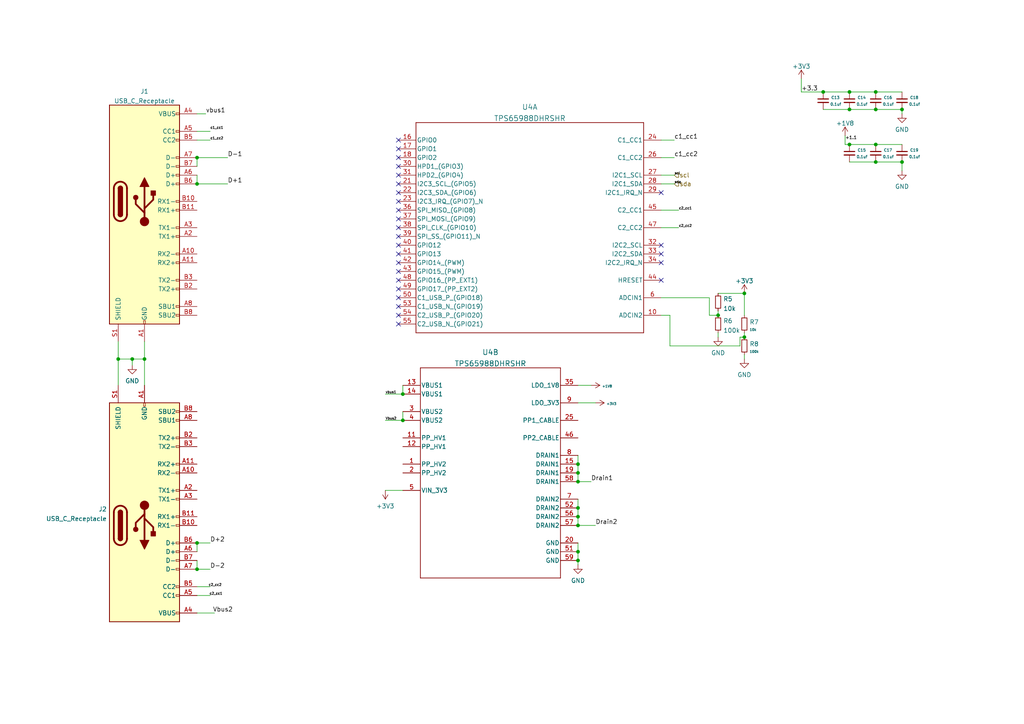
<source format=kicad_sch>
(kicad_sch (version 20231120) (generator "eeschema") (generator_version "8.0")
  (paper "A4")
  (lib_symbols
    (symbol "2024-04-28_21-41-18:TPS65988DHRSHR" (pin_names (offset 0.254))
      (property "Reference" "U" (at 0 2.54 0))
      (property "Value" "TPS65988DHRSHR" (at 0 0 0))
      (symbol "TPS65988DHRSHR_1_1"
        (polyline (pts (xy -33.02 -30.48) (xy 33.02 -30.48)) (stroke (width 0.2032)))
        (polyline (pts (xy -33.02 30.48) (xy -33.02 -30.48)) (stroke (width 0.2032)))
        (polyline (pts (xy 33.02 -30.48) (xy 33.02 30.48)) (stroke (width 0.2032)))
        (polyline (pts (xy 33.02 30.48) (xy -33.02 30.48)) (stroke (width 0.2032)))
        (pin input line (at 38.1 -25.4 180) (length 5.08) (name "ADCIN2") (number "10"))
        (pin bidirectional line (at -38.1 25.4 0) (length 5.08) (name "GPIO0") (number "16"))
        (pin bidirectional line (at -38.1 22.86 0) (length 5.08) (name "GPIO1") (number "17"))
        (pin bidirectional line (at -38.1 20.32 0) (length 5.08) (name "GPIO2") (number "18"))
        (pin bidirectional line (at -38.1 12.7 0) (length 5.08) (name "I2C3_SCL_(GPIO5)") (number "21"))
        (pin bidirectional line (at -38.1 10.16 0) (length 5.08) (name "I2C3_SDA_(GPIO6)") (number "22"))
        (pin bidirectional line (at -38.1 7.62 0) (length 5.08) (name "I2C3_IRQ_(GPIO7)_N") (number "23"))
        (pin bidirectional line (at 38.1 25.4 180) (length 5.08) (name "C1_CC1") (number "24"))
        (pin bidirectional line (at 38.1 20.32 180) (length 5.08) (name "C1_CC2") (number "26"))
        (pin bidirectional line (at 38.1 15.24 180) (length 5.08) (name "I2C1_SCL") (number "27"))
        (pin bidirectional line (at 38.1 12.7 180) (length 5.08) (name "I2C1_SDA") (number "28"))
        (pin tri_state line (at 38.1 10.16 180) (length 5.08) (name "I2C1_IRQ_N") (number "29"))
        (pin bidirectional line (at -38.1 17.78 0) (length 5.08) (name "HPD1_(GPIO3)") (number "30"))
        (pin bidirectional line (at -38.1 15.24 0) (length 5.08) (name "HPD2_(GPIO4)") (number "31"))
        (pin bidirectional line (at 38.1 -5.08 180) (length 5.08) (name "I2C2_SCL") (number "32"))
        (pin bidirectional line (at 38.1 -7.62 180) (length 5.08) (name "I2C2_SDA") (number "33"))
        (pin tri_state line (at 38.1 -10.16 180) (length 5.08) (name "I2C2_IRQ_N") (number "34"))
        (pin bidirectional line (at -38.1 5.08 0) (length 5.08) (name "SPI_MISO_(GPIO8)") (number "36"))
        (pin bidirectional line (at -38.1 2.54 0) (length 5.08) (name "SPI_MOSI_(GPIO9)") (number "37"))
        (pin bidirectional line (at -38.1 0 0) (length 5.08) (name "SPI_CLK_(GPIO10)") (number "38"))
        (pin bidirectional line (at -38.1 -2.54 0) (length 5.08) (name "SPI_SS_(GPIO11)_N") (number "39"))
        (pin bidirectional line (at -38.1 -5.08 0) (length 5.08) (name "GPIO12") (number "40"))
        (pin bidirectional line (at -38.1 -7.62 0) (length 5.08) (name "GPIO13") (number "41"))
        (pin bidirectional line (at -38.1 -10.16 0) (length 5.08) (name "GPIO14_(PWM)") (number "42"))
        (pin bidirectional line (at -38.1 -12.7 0) (length 5.08) (name "GPIO15_(PWM)") (number "43"))
        (pin input line (at 38.1 -15.24 180) (length 5.08) (name "HRESET") (number "44"))
        (pin bidirectional line (at 38.1 5.08 180) (length 5.08) (name "C2_CC1") (number "45"))
        (pin bidirectional line (at 38.1 0 180) (length 5.08) (name "C2_CC2") (number "47"))
        (pin bidirectional line (at -38.1 -15.24 0) (length 5.08) (name "GPIO16_(PP_EXT1)") (number "48"))
        (pin bidirectional line (at -38.1 -17.78 0) (length 5.08) (name "GPIO17_(PP_EXT2)") (number "49"))
        (pin bidirectional line (at -38.1 -20.32 0) (length 5.08) (name "C1_USB_P_(GPIO18)") (number "50"))
        (pin bidirectional line (at -38.1 -22.86 0) (length 5.08) (name "C1_USB_N_(GPIO19)") (number "53"))
        (pin bidirectional line (at -38.1 -25.4 0) (length 5.08) (name "C2_USB_P_(GPIO20)") (number "54"))
        (pin bidirectional line (at -38.1 -27.94 0) (length 5.08) (name "C2_USB_N_(GPIO21)") (number "55"))
        (pin input line (at 38.1 -20.32 180) (length 5.08) (name "ADCIN1") (number "6"))
      )
      (symbol "TPS65988DHRSHR_2_1"
        (polyline (pts (xy -20.32 -30.48) (xy 20.32 -30.48)) (stroke (width 0.2032)))
        (polyline (pts (xy -20.32 30.48) (xy -20.32 -30.48)) (stroke (width 0.2032)))
        (polyline (pts (xy 20.32 -30.48) (xy 20.32 30.48)) (stroke (width 0.2032)))
        (polyline (pts (xy 20.32 30.48) (xy -20.32 30.48)) (stroke (width 0.2032)))
        (pin power_in line (at -25.4 2.54 0) (length 5.08) (name "PP_HV2") (number "1"))
        (pin power_in line (at -25.4 10.16 0) (length 5.08) (name "PP_HV1") (number "11"))
        (pin power_in line (at -25.4 7.62 0) (length 5.08) (name "PP_HV1") (number "12"))
        (pin power_in line (at -25.4 25.4 0) (length 5.08) (name "VBUS1") (number "13"))
        (pin power_in line (at -25.4 22.86 0) (length 5.08) (name "VBUS1") (number "14"))
        (pin power_in line (at 25.4 2.54 180) (length 5.08) (name "DRAIN1") (number "15"))
        (pin power_in line (at 25.4 0 180) (length 5.08) (name "DRAIN1") (number "19"))
        (pin power_in line (at -25.4 0 0) (length 5.08) (name "PP_HV2") (number "2"))
        (pin power_in line (at 25.4 -20.32 180) (length 5.08) (name "GND") (number "20"))
        (pin power_in line (at 25.4 15.24 180) (length 5.08) (name "PP1_CABLE") (number "25"))
        (pin power_in line (at -25.4 17.78 0) (length 5.08) (name "VBUS2") (number "3"))
        (pin power_in line (at 25.4 25.4 180) (length 5.08) (name "LDO_1V8") (number "35"))
        (pin power_in line (at -25.4 15.24 0) (length 5.08) (name "VBUS2") (number "4"))
        (pin power_in line (at 25.4 10.16 180) (length 5.08) (name "PP2_CABLE") (number "46"))
        (pin power_in line (at -25.4 -5.08 0) (length 5.08) (name "VIN_3V3") (number "5"))
        (pin power_in line (at 25.4 -22.86 180) (length 5.08) (name "GND") (number "51"))
        (pin power_in line (at 25.4 -10.16 180) (length 5.08) (name "DRAIN2") (number "52"))
        (pin power_in line (at 25.4 -12.7 180) (length 5.08) (name "DRAIN2") (number "56"))
        (pin power_in line (at 25.4 -15.24 180) (length 5.08) (name "DRAIN2") (number "57"))
        (pin power_in line (at 25.4 -2.54 180) (length 5.08) (name "DRAIN1") (number "58"))
        (pin power_in line (at 25.4 -25.4 180) (length 5.08) (name "GND") (number "59"))
        (pin power_in line (at 25.4 -7.62 180) (length 5.08) (name "DRAIN2") (number "7"))
        (pin power_in line (at 25.4 5.08 180) (length 5.08) (name "DRAIN1") (number "8"))
        (pin power_in line (at 25.4 20.32 180) (length 5.08) (name "LDO_3V3") (number "9"))
      )
    )
    (symbol "Connector:USB_C_Receptacle" (pin_names (offset 1.016))
      (property "Reference" "J" (at -10.16 29.21 0))
      (property "Value" "USB_C_Receptacle" (at 10.16 29.21 0))
      (symbol "USB_C_Receptacle_0_0"
        (rectangle (start -0.254 -35.56) (end 0.254 -34.544))
        (rectangle (start 10.16 -32.766) (end 9.144 -33.274))
        (rectangle (start 10.16 -30.226) (end 9.144 -30.734))
        (rectangle (start 10.16 -25.146) (end 9.144 -25.654))
        (rectangle (start 10.16 -22.606) (end 9.144 -23.114))
        (rectangle (start 10.16 -17.526) (end 9.144 -18.034))
        (rectangle (start 10.16 -14.986) (end 9.144 -15.494))
        (rectangle (start 10.16 -9.906) (end 9.144 -10.414))
        (rectangle (start 10.16 -7.366) (end 9.144 -7.874))
        (rectangle (start 10.16 -2.286) (end 9.144 -2.794))
        (rectangle (start 10.16 0.254) (end 9.144 -0.254))
        (rectangle (start 10.16 5.334) (end 9.144 4.826))
        (rectangle (start 10.16 7.874) (end 9.144 7.366))
        (rectangle (start 10.16 10.414) (end 9.144 9.906))
        (rectangle (start 10.16 12.954) (end 9.144 12.446))
        (rectangle (start 10.16 18.034) (end 9.144 17.526))
        (rectangle (start 10.16 20.574) (end 9.144 20.066))
        (rectangle (start 10.16 25.654) (end 9.144 25.146))
      )
      (symbol "USB_C_Receptacle_0_1"
        (rectangle (start -10.16 27.94) (end 10.16 -35.56) (stroke (width 0.254)) (fill (type background)))
        (arc (start -8.89 -3.81) (mid -6.985 -5.7066) (end -5.08 -3.81) (stroke (width 0.508)))
        (arc (start -7.62 -3.81) (mid -6.985 -4.4422) (end -6.35 -3.81) (stroke (width 0.254)))
        (arc (start -7.62 -3.81) (mid -6.985 -4.4422) (end -6.35 -3.81) (stroke (width 0.254)) (fill (type outline)))
        (rectangle (start -7.62 -3.81) (end -6.35 3.81) (stroke (width 0.254)) (fill (type outline)))
        (arc (start -6.35 3.81) (mid -6.985 4.4422) (end -7.62 3.81) (stroke (width 0.254)))
        (arc (start -6.35 3.81) (mid -6.985 4.4422) (end -7.62 3.81) (stroke (width 0.254)) (fill (type outline)))
        (arc (start -5.08 3.81) (mid -6.985 5.7066) (end -8.89 3.81) (stroke (width 0.508)))
        (polyline (pts (xy -8.89 -3.81) (xy -8.89 3.81)) (stroke (width 0.508)))
        (polyline (pts (xy -5.08 3.81) (xy -5.08 -3.81)) (stroke (width 0.508)))
      )
      (symbol "USB_C_Receptacle_1_1"
        (circle (center -2.54 1.143) (radius 0.635) (stroke (width 0.254)) (fill (type outline)))
        (circle (center 0 -5.842) (radius 1.27) (fill (type outline)))
        (polyline (pts (xy 0 -5.842) (xy 0 4.318)) (stroke (width 0.508)))
        (polyline (pts (xy 0 -3.302) (xy -2.54 -0.762) (xy -2.54 0.508)) (stroke (width 0.508)))
        (polyline (pts (xy 0 -2.032) (xy 2.54 0.508) (xy 2.54 1.778)) (stroke (width 0.508)))
        (polyline (pts (xy -1.27 4.318) (xy 0 6.858) (xy 1.27 4.318) (xy -1.27 4.318)) (stroke (width 0.254)) (fill (type outline)))
        (rectangle (start 1.905 1.778) (end 3.175 3.048) (stroke (width 0.254)) (fill (type outline)))
        (pin passive line (at 0 -40.64 90) (length 5.08) (name "GND") (number "A1"))
        (pin bidirectional line (at 15.24 -15.24 180) (length 5.08) (name "RX2-") (number "A10"))
        (pin bidirectional line (at 15.24 -17.78 180) (length 5.08) (name "RX2+") (number "A11"))
        (pin passive line (at 0 -40.64 90) (length 5.08) hide (name "GND") (number "A12"))
        (pin bidirectional line (at 15.24 -10.16 180) (length 5.08) (name "TX1+") (number "A2"))
        (pin bidirectional line (at 15.24 -7.62 180) (length 5.08) (name "TX1-") (number "A3"))
        (pin passive line (at 15.24 25.4 180) (length 5.08) (name "VBUS") (number "A4"))
        (pin bidirectional line (at 15.24 20.32 180) (length 5.08) (name "CC1") (number "A5"))
        (pin bidirectional line (at 15.24 7.62 180) (length 5.08) (name "D+") (number "A6"))
        (pin bidirectional line (at 15.24 12.7 180) (length 5.08) (name "D-") (number "A7"))
        (pin bidirectional line (at 15.24 -30.48 180) (length 5.08) (name "SBU1") (number "A8"))
        (pin passive line (at 15.24 25.4 180) (length 5.08) hide (name "VBUS") (number "A9"))
        (pin passive line (at 0 -40.64 90) (length 5.08) hide (name "GND") (number "B1"))
        (pin bidirectional line (at 15.24 0 180) (length 5.08) (name "RX1-") (number "B10"))
        (pin bidirectional line (at 15.24 -2.54 180) (length 5.08) (name "RX1+") (number "B11"))
        (pin passive line (at 0 -40.64 90) (length 5.08) hide (name "GND") (number "B12"))
        (pin bidirectional line (at 15.24 -25.4 180) (length 5.08) (name "TX2+") (number "B2"))
        (pin bidirectional line (at 15.24 -22.86 180) (length 5.08) (name "TX2-") (number "B3"))
        (pin passive line (at 15.24 25.4 180) (length 5.08) hide (name "VBUS") (number "B4"))
        (pin bidirectional line (at 15.24 17.78 180) (length 5.08) (name "CC2") (number "B5"))
        (pin bidirectional line (at 15.24 5.08 180) (length 5.08) (name "D+") (number "B6"))
        (pin bidirectional line (at 15.24 10.16 180) (length 5.08) (name "D-") (number "B7"))
        (pin bidirectional line (at 15.24 -33.02 180) (length 5.08) (name "SBU2") (number "B8"))
        (pin passive line (at 15.24 25.4 180) (length 5.08) hide (name "VBUS") (number "B9"))
        (pin passive line (at -7.62 -40.64 90) (length 5.08) (name "SHIELD") (number "S1"))
      )
    )
    (symbol "Device:C_Small" (pin_numbers hide) (pin_names (offset 0.254) hide)
      (property "Reference" "C" (at 0.254 1.778 0))
      (property "Value" "C_Small" (at 0.254 -2.032 0))
      (symbol "C_Small_0_1"
        (polyline (pts (xy -1.524 -0.508) (xy 1.524 -0.508)) (stroke (width 0.3302)))
        (polyline (pts (xy -1.524 0.508) (xy 1.524 0.508)) (stroke (width 0.3048)))
      )
      (symbol "C_Small_1_1"
        (pin passive line (at 0 2.54 270) (length 2.032) (name "~") (number "1"))
        (pin passive line (at 0 -2.54 90) (length 2.032) (name "~") (number "2"))
      )
    )
    (symbol "Device:R_Small" (pin_numbers hide) (pin_names (offset 0.254) hide)
      (property "Reference" "R" (at 0.762 0.508 0))
      (property "Value" "R_Small" (at 0.762 -1.016 0))
      (symbol "R_Small_0_1"
        (rectangle (start -0.762 1.778) (end 0.762 -1.778) (stroke (width 0.2032)))
      )
      (symbol "R_Small_1_1"
        (pin passive line (at 0 2.54 270) (length 0.762) (name "~") (number "1"))
        (pin passive line (at 0 -2.54 90) (length 0.762) (name "~") (number "2"))
      )
    )
    (symbol "power:+1V8" (power) (pin_names (offset 0))
      (property "Value" "+1V8" (at 0 3.556 0))
      (symbol "+1V8_0_1"
        (polyline (pts (xy -0.762 1.27) (xy 0 2.54)))
        (polyline (pts (xy 0 0) (xy 0 2.54)))
        (polyline (pts (xy 0 2.54) (xy 0.762 1.27)))
      )
      (symbol "+1V8_1_1"
        (pin power_in line (at 0 0 90) (length 0) hide (name "+1V8") (number "1"))
      )
    )
    (symbol "power:+3.3V" (power) (pin_names (offset 0))
      (property "Value" "+3.3V" (at 0 3.556 0))
      (symbol "+3.3V_0_1"
        (polyline (pts (xy -0.762 1.27) (xy 0 2.54)))
        (polyline (pts (xy 0 0) (xy 0 2.54)))
        (polyline (pts (xy 0 2.54) (xy 0.762 1.27)))
      )
      (symbol "+3.3V_1_1"
        (pin power_in line (at 0 0 90) (length 0) hide (name "+3V3") (number "1"))
      )
    )
    (symbol "power:GND" (power) (pin_names (offset 0))
      (property "Value" "GND" (at 0 -3.81 0))
      (symbol "GND_0_1"
        (polyline (pts (xy 0 0) (xy 0 -1.27) (xy 1.27 -1.27) (xy 0 -2.54) (xy -1.27 -1.27) (xy 0 -1.27)))
      )
      (symbol "GND_1_1"
        (pin power_in line (at 0 0 270) (length 0) hide (name "GND") (number "1"))
      )
    )
  )
  (junction (at 167.64 134.62))
  (junction (at 261.62 31.75))
  (junction (at 167.64 137.16))
  (junction (at 208.28 91.44))
  (junction (at 167.64 152.4))
  (junction (at 246.38 41.91))
  (junction (at 215.9 97.79))
  (junction (at 167.64 160.02))
  (junction (at 34.29 104.14))
  (junction (at 57.15 165.1))
  (junction (at 167.64 149.86))
  (junction (at 57.15 45.72))
  (junction (at 116.84 121.92))
  (junction (at 254 41.91))
  (junction (at 254 46.99))
  (junction (at 246.38 26.67))
  (junction (at 41.91 104.14))
  (junction (at 254 31.75))
  (junction (at 116.84 114.3))
  (junction (at 167.64 162.56))
  (junction (at 38.354 104.14))
  (junction (at 215.9 85.09))
  (junction (at 254 26.67))
  (junction (at 238.76 26.67))
  (junction (at 57.15 157.48))
  (junction (at 57.15 53.34))
  (junction (at 167.64 139.7))
  (junction (at 246.38 31.75))
  (junction (at 167.64 147.32))
  (junction (at 261.62 46.99))
  (no_connect (at 115.57 73.66))
  (no_connect (at 115.57 60.96))
  (no_connect (at 115.57 81.28))
  (no_connect (at 115.57 86.36))
  (no_connect (at 115.57 78.74))
  (no_connect (at 115.57 55.88))
  (no_connect (at 115.57 53.34))
  (no_connect (at 115.57 71.12))
  (no_connect (at 191.77 76.2))
  (no_connect (at 115.57 93.98))
  (no_connect (at 115.57 76.2))
  (no_connect (at 115.57 43.18))
  (no_connect (at 191.77 55.88))
  (no_connect (at 191.77 81.28))
  (no_connect (at 115.57 58.42))
  (no_connect (at 191.77 73.66))
  (no_connect (at 115.57 63.5))
  (no_connect (at 115.57 48.26))
  (no_connect (at 191.77 71.12))
  (no_connect (at 115.57 88.9))
  (no_connect (at 115.57 66.04))
  (no_connect (at 115.57 91.44))
  (no_connect (at 115.57 50.8))
  (no_connect (at 115.57 45.72))
  (no_connect (at 115.57 40.64))
  (no_connect (at 115.57 83.82))
  (no_connect (at 115.57 68.58))
  (wire (pts (xy 232.41 26.67) (xy 238.76 26.67)))
  (wire (pts (xy 208.28 91.44) (xy 205.74 91.44)))
  (wire (pts (xy 57.15 50.8) (xy 57.15 53.34)))
  (wire (pts (xy 57.15 157.48) (xy 57.15 160.02)))
  (wire (pts (xy 215.9 85.09) (xy 215.9 91.44)))
  (wire (pts (xy 57.15 45.72) (xy 66.04 45.72)))
  (wire (pts (xy 215.9 97.79) (xy 214.63 97.79)))
  (wire (pts (xy 232.41 22.86) (xy 232.41 26.67)))
  (wire (pts (xy 246.38 46.99) (xy 254 46.99)))
  (wire (pts (xy 167.64 116.84) (xy 172.72 116.84)))
  (wire (pts (xy 34.29 99.06) (xy 34.29 104.14)))
  (wire (pts (xy 215.9 102.87) (xy 215.9 104.14)))
  (wire (pts (xy 57.15 45.72) (xy 57.15 48.26)))
  (wire (pts (xy 191.77 50.8) (xy 195.58 50.8)))
  (wire (pts (xy 57.15 165.1) (xy 60.96 165.1)))
  (wire (pts (xy 41.91 104.14) (xy 41.91 111.76)))
  (wire (pts (xy 57.15 162.56) (xy 57.15 165.1)))
  (wire (pts (xy 246.38 41.91) (xy 254 41.91)))
  (wire (pts (xy 208.28 96.52) (xy 208.28 97.79)))
  (wire (pts (xy 57.15 38.1) (xy 60.96 38.1)))
  (wire (pts (xy 167.64 162.56) (xy 167.64 163.83)))
  (wire (pts (xy 214.63 100.33) (xy 194.31 100.33)))
  (wire (pts (xy 246.38 31.75) (xy 254 31.75)))
  (wire (pts (xy 194.31 100.33) (xy 194.31 91.44)))
  (wire (pts (xy 167.64 111.76) (xy 171.45 111.76)))
  (wire (pts (xy 57.15 177.8) (xy 62.23 177.8)))
  (wire (pts (xy 194.31 91.44) (xy 191.77 91.44)))
  (wire (pts (xy 238.76 31.75) (xy 246.38 31.75)))
  (wire (pts (xy 57.15 172.72) (xy 60.96 172.72)))
  (wire (pts (xy 191.77 45.72) (xy 195.58 45.72)))
  (wire (pts (xy 111.76 114.3) (xy 116.84 114.3)))
  (wire (pts (xy 238.76 26.67) (xy 246.38 26.67)))
  (wire (pts (xy 167.64 139.7) (xy 171.45 139.7)))
  (wire (pts (xy 38.354 104.14) (xy 38.354 105.918)))
  (wire (pts (xy 214.63 97.79) (xy 214.63 100.33)))
  (wire (pts (xy 167.64 147.32) (xy 167.64 149.86)))
  (wire (pts (xy 245.11 39.37) (xy 245.11 41.91)))
  (wire (pts (xy 41.91 99.06) (xy 41.91 104.14)))
  (wire (pts (xy 246.38 26.67) (xy 254 26.67)))
  (wire (pts (xy 205.74 86.36) (xy 191.77 86.36)))
  (wire (pts (xy 167.64 157.48) (xy 167.64 160.02)))
  (wire (pts (xy 208.28 85.09) (xy 215.9 85.09)))
  (wire (pts (xy 191.77 60.96) (xy 196.85 60.96)))
  (wire (pts (xy 57.15 53.34) (xy 66.04 53.34)))
  (wire (pts (xy 116.84 119.38) (xy 116.84 121.92)))
  (wire (pts (xy 116.84 111.76) (xy 116.84 114.3)))
  (wire (pts (xy 57.15 40.64) (xy 60.96 40.64)))
  (wire (pts (xy 254 26.67) (xy 261.62 26.67)))
  (wire (pts (xy 261.62 46.99) (xy 261.62 49.53)))
  (wire (pts (xy 34.29 104.14) (xy 38.354 104.14)))
  (wire (pts (xy 167.64 149.86) (xy 167.64 152.4)))
  (wire (pts (xy 254 31.75) (xy 261.62 31.75)))
  (wire (pts (xy 111.76 142.24) (xy 116.84 142.24)))
  (wire (pts (xy 167.64 160.02) (xy 167.64 162.56)))
  (wire (pts (xy 38.354 104.14) (xy 41.91 104.14)))
  (wire (pts (xy 191.77 66.04) (xy 196.85 66.04)))
  (wire (pts (xy 254 46.99) (xy 261.62 46.99)))
  (wire (pts (xy 191.77 40.64) (xy 195.58 40.64)))
  (wire (pts (xy 245.11 41.91) (xy 246.38 41.91)))
  (wire (pts (xy 111.76 121.92) (xy 116.84 121.92)))
  (wire (pts (xy 191.77 53.34) (xy 195.58 53.34)))
  (wire (pts (xy 167.64 132.08) (xy 167.64 134.62)))
  (wire (pts (xy 208.28 90.17) (xy 208.28 91.44)))
  (wire (pts (xy 167.64 144.78) (xy 167.64 147.32)))
  (wire (pts (xy 215.9 96.52) (xy 215.9 97.79)))
  (wire (pts (xy 167.64 134.62) (xy 167.64 137.16)))
  (wire (pts (xy 57.15 157.48) (xy 60.96 157.48)))
  (wire (pts (xy 167.64 137.16) (xy 167.64 139.7)))
  (wire (pts (xy 34.29 104.14) (xy 34.29 111.76)))
  (wire (pts (xy 57.15 170.18) (xy 60.96 170.18)))
  (wire (pts (xy 57.15 33.02) (xy 59.69 33.02)))
  (wire (pts (xy 205.74 91.44) (xy 205.74 86.36)))
  (wire (pts (xy 254 41.91) (xy 261.62 41.91)))
  (wire (pts (xy 167.64 152.4) (xy 172.72 152.4)))
  (wire (pts (xy 261.62 31.75) (xy 261.62 33.02)))
  (label "Vbus2" (at 111.76 121.92 0) (effects (font (size 0.7 0.7))))
  (label "vbus1" (at 111.76 114.3 0) (effects (font (size 0.7 0.7))))
  (label "+1.1" (at 245.11 40.64 0) (effects (font (size 0.9 0.9))))
  (label "Drain1" (at 171.45 139.7 0))
  (label "c1_cc1" (at 195.58 40.64 0))
  (label "c1_cc2" (at 195.58 45.72 0))
  (label "D-2" (at 60.96 165.1 0))
  (label "D+2" (at 60.96 157.48 0))
  (label "c1_cc2" (at 60.96 40.64 0) (effects (font (size 0.7 0.7))))
  (label "c2_cc2" (at 196.85 66.04 0) (effects (font (size 0.7 0.7))))
  (label "c2_cc1" (at 60.706 172.72 0) (effects (font (size 0.7 0.7))))
  (label "D+1" (at 66.04 53.34 0))
  (label "+3.3" (at 232.41 26.67 0))
  (label "sda" (at 195.58 53.34 0) (effects (font (size 0.7 0.7))))
  (label "Drain2" (at 172.72 152.4 0))
  (label "c2_cc1" (at 196.85 60.96 0) (effects (font (size 0.7 0.7))))
  (label "Vbus2" (at 61.722 177.8 0))
  (label "D-1" (at 66.04 45.72 0))
  (label "c2_cc2" (at 60.452 170.18 0) (effects (font (size 0.7 0.7))))
  (label "c1_cc1" (at 60.96 37.592 0) (effects (font (size 0.7 0.7))))
  (label "vbus1" (at 59.69 33.02 0))
  (label "scl" (at 195.58 50.8 0) (effects (font (size 0.7 0.7))))
  (hierarchical_label "sda" (shape input) (at 195.58 53.34 0))
  (hierarchical_label "scl" (shape input) (at 195.58 50.8 0))
  (symbol (lib_id "power:GND") (at 215.9 104.14 0) (unit 1)
    (property "Reference" "#PWR023" (effects (hide yes)))
    (property "Value" "GND" (at 215.9 108.7025 0))
  )
  (symbol (lib_id "Device:R_Small") (at 208.28 87.63 0) (unit 1)
    (property "Reference" "R5" (at 209.7786 86.7215 0) (effects (justify left)))
    (property "Value" "10k" (at 209.7786 89.4966 0) (effects (justify left)))
  )
  (symbol (lib_id "power:+3.3V") (at 111.76 142.24 180) (unit 1)
    (property "Reference" "#PWR017" (effects (hide yes)))
    (property "Value" "+3V3" (at 111.76 146.8025 0))
  )
  (symbol (lib_id "power:GND") (at 167.64 163.83 0) (unit 1)
    (property "Reference" "#PWR018" (effects (hide yes)))
    (property "Value" "GND" (at 167.64 168.3925 0))
  )
  (symbol (lib_id "Device:C_Small") (at 254 44.45 0) (unit 1)
    (property "Reference" "C17" (at 256.3241 43.5478 0) (effects (font (size 0.8 0.8)) (justify left)))
    (property "Value" "0.1uf" (at 256.032 45.466 0) (effects (font (size 0.8 0.8)) (justify left)))
  )
  (symbol (lib_id "power:+3.3V") (at 172.72 116.84 270) (unit 1)
    (property "Reference" "#PWR020" (effects (hide yes)))
    (property "Value" "+3V3" (at 175.895 117.104 90) (effects (font (size 0.7 0.7)) (justify left)))
  )
  (symbol (lib_id "2024-04-28_21-41-18:TPS65988DHRSHR") (at 142.24 137.16 0) (unit 2)
    (property "Reference" "U4" (at 142.24 102.1745 0) (effects (font (size 1.524 1.524))))
    (property "Value" "TPS65988DHRSHR" (at 142.24 105.4535 0) (effects (font (size 1.524 1.524))))
    (property "Footprint" "RSH0056E" (effects (hide yes)))
    (property "Datasheet" "TPS65988DHRSHR" (effects (hide yes)))
  )
  (symbol (lib_id "Device:C_Small") (at 238.76 29.21 0) (unit 1)
    (property "Reference" "C13" (at 241.0841 28.3078 0) (effects (font (size 0.8 0.8)) (justify left)))
    (property "Value" "0.1uf" (at 240.792 30.226 0) (effects (font (size 0.8 0.8)) (justify left)))
  )
  (symbol (lib_id "power:+3.3V") (at 232.41 22.86 0) (unit 1)
    (property "Reference" "#PWR024" (effects (hide yes)))
    (property "Value" "+3V3" (at 232.41 19.2555 0))
  )
  (symbol (lib_id "power:+1V8") (at 245.11 39.37 0) (unit 1)
    (property "Reference" "#PWR025" (effects (hide yes)))
    (property "Value" "+1V8" (at 245.11 35.7655 0))
  )
  (symbol (lib_id "power:+3.3V") (at 215.9 85.09 0) (unit 1)
    (property "Reference" "#PWR022" (effects (hide yes)))
    (property "Value" "+3V3" (at 215.9 81.4855 0))
  )
  (symbol (lib_id "Device:C_Small") (at 261.62 29.21 0) (unit 1)
    (property "Reference" "C18" (at 263.9441 28.3078 0) (effects (font (size 0.8 0.8)) (justify left)))
    (property "Value" "0.1uf" (at 263.652 30.226 0) (effects (font (size 0.8 0.8)) (justify left)))
  )
  (symbol (lib_id "Device:R_Small") (at 215.9 93.98 0) (unit 1)
    (property "Reference" "R7" (at 217.3986 93.4223 0) (effects (justify left)))
    (property "Value" "10k" (at 217.3986 95.6316 0) (effects (font (size 0.7 0.7)) (justify left)))
  )
  (symbol (lib_id "power:+1V8") (at 171.45 111.76 270) (unit 1)
    (property "Reference" "#PWR019" (effects (hide yes)))
    (property "Value" "+1V8" (at 174.625 112.024 90) (effects (font (size 0.7 0.7)) (justify left)))
  )
  (symbol (lib_id "Connector:USB_C_Receptacle") (at 41.91 58.42 0) (unit 1)
    (property "Reference" "J1" (at 41.91 26.5135 0))
    (property "Value" "USB_C_Receptacle" (at 41.91 29.2886 0))
    (property "Datasheet" "https://www.usb.org/sites/default/files/documents/usb_type-c.zip" (effects (hide yes)))
  )
  (symbol (lib_id "Device:C_Small") (at 246.38 44.45 0) (unit 1)
    (property "Reference" "C15" (at 248.7041 43.5478 0) (effects (font (size 0.8 0.8)) (justify left)))
    (property "Value" "0.1uf" (at 248.412 45.466 0) (effects (font (size 0.8 0.8)) (justify left)))
  )
  (symbol (lib_id "Device:R_Small") (at 215.9 100.33 0) (unit 1)
    (property "Reference" "R8" (at 217.3986 99.7723 0) (effects (justify left)))
    (property "Value" "100k" (at 217.3986 101.9816 0) (effects (font (size 0.7 0.7)) (justify left)))
  )
  (symbol (lib_id "Device:C_Small") (at 246.38 29.21 0) (unit 1)
    (property "Reference" "C14" (at 248.7041 28.3078 0) (effects (font (size 0.8 0.8)) (justify left)))
    (property "Value" "0.1uf" (at 248.412 30.226 0) (effects (font (size 0.8 0.8)) (justify left)))
  )
  (symbol (lib_id "power:GND") (at 261.62 33.02 0) (unit 1)
    (property "Reference" "#PWR026" (effects (hide yes)))
    (property "Value" "GND" (at 261.62 37.5825 0))
  )
  (symbol (lib_id "Device:C_Small") (at 261.62 44.45 0) (unit 1)
    (property "Reference" "C19" (at 263.9441 43.5478 0) (effects (font (size 0.8 0.8)) (justify left)))
    (property "Value" "0.1uf" (at 263.652 45.466 0) (effects (font (size 0.8 0.8)) (justify left)))
  )
  (symbol (lib_id "power:GND") (at 261.62 49.53 0) (unit 1)
    (property "Reference" "#PWR027" (effects (hide yes)))
    (property "Value" "GND" (at 261.62 54.0925 0))
  )
  (symbol (lib_id "Connector:USB_C_Receptacle") (at 41.91 152.4 0) (mirror x) (unit 1)
    (property "Reference" "J2" (at 30.9881 147.6815 0) (effects (justify right)))
    (property "Value" "USB_C_Receptacle" (at 30.9881 150.4566 0) (effects (justify right)))
    (property "Datasheet" "https://www.usb.org/sites/default/files/documents/usb_type-c.zip" (effects (hide yes)))
  )
  (symbol (lib_id "2024-04-28_21-41-18:TPS65988DHRSHR") (at 153.67 66.04 0) (unit 1)
    (property "Reference" "U4" (at 153.67 31.0545 0) (effects (font (size 1.524 1.524))))
    (property "Value" "TPS65988DHRSHR" (at 153.67 34.3335 0) (effects (font (size 1.524 1.524))))
    (property "Footprint" "RSH0056E" (effects (hide yes)))
    (property "Datasheet" "TPS65988DHRSHR" (effects (hide yes)))
  )
  (symbol (lib_id "Device:C_Small") (at 254 29.21 0) (unit 1)
    (property "Reference" "C16" (at 256.3241 28.3078 0) (effects (font (size 0.8 0.8)) (justify left)))
    (property "Value" "0.1uf" (at 256.032 30.226 0) (effects (font (size 0.8 0.8)) (justify left)))
  )
  (symbol (lib_id "power:GND") (at 38.354 105.918 0) (unit 1)
    (property "Reference" "#PWR016" (effects (hide yes)))
    (property "Value" "GND" (at 38.354 110.4805 0))
  )
  (symbol (lib_id "power:GND") (at 208.28 97.79 0) (unit 1)
    (property "Reference" "#PWR021" (effects (hide yes)))
    (property "Value" "GND" (at 208.28 102.3525 0))
  )
  (symbol (lib_id "Device:R_Small") (at 208.28 93.98 0) (unit 1)
    (property "Reference" "R6" (at 209.7786 93.0715 0) (effects (justify left)))
    (property "Value" "100k" (at 209.7786 95.8466 0) (effects (justify left)))
  )
)
</source>
